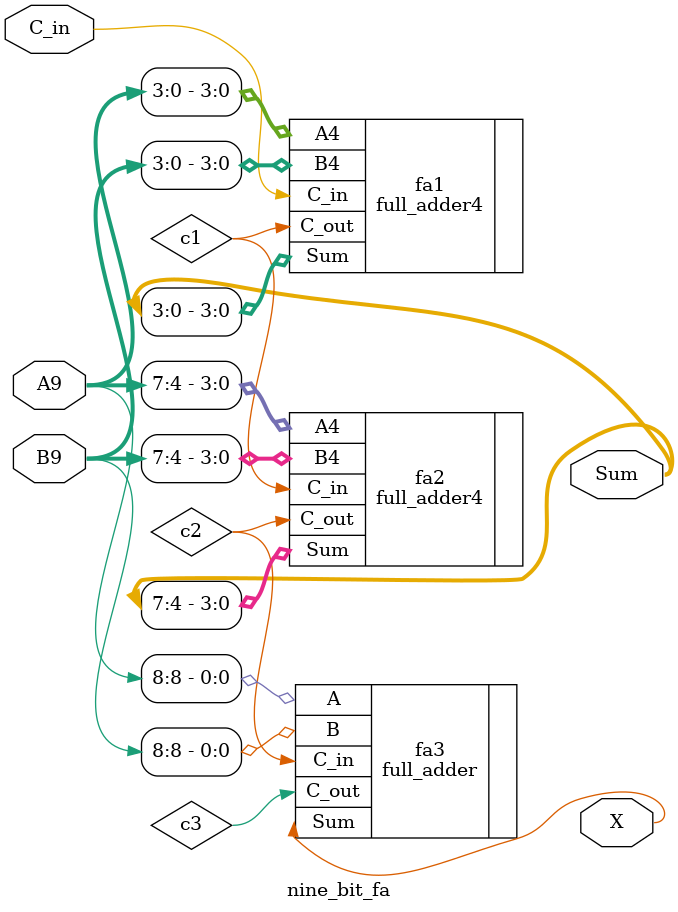
<source format=sv>
module nine_bit_fa
(
    input   logic[8:0] A9, B9,
	 input 	logic		C_in,
    output  logic[7:0]  Sum,
    output  logic     X
);
	
	 logic c1, c2, c3;  //temporary parameter for carry in 
	 full_adder4 fa1(.A4(A9[3:0]), .B4(B9[3:0]), .C_in, .Sum(Sum[3:0]), .C_out(c1));    // we use two 4-bit rca and one 1-bit full adder
	 full_adder4 fa2(.A4(A9[7:4]), .B4(B9[7:4]), .C_in(c1),   .Sum(Sum[7:4]), .C_out(c2));  // to implement 9-bit full adders
	 

	 
	 full_adder  fa3(.A(A9[8]), .B(B9[8]), .C_in(c2), .Sum(X),.C_out(c3));  //get the x
endmodule
</source>
